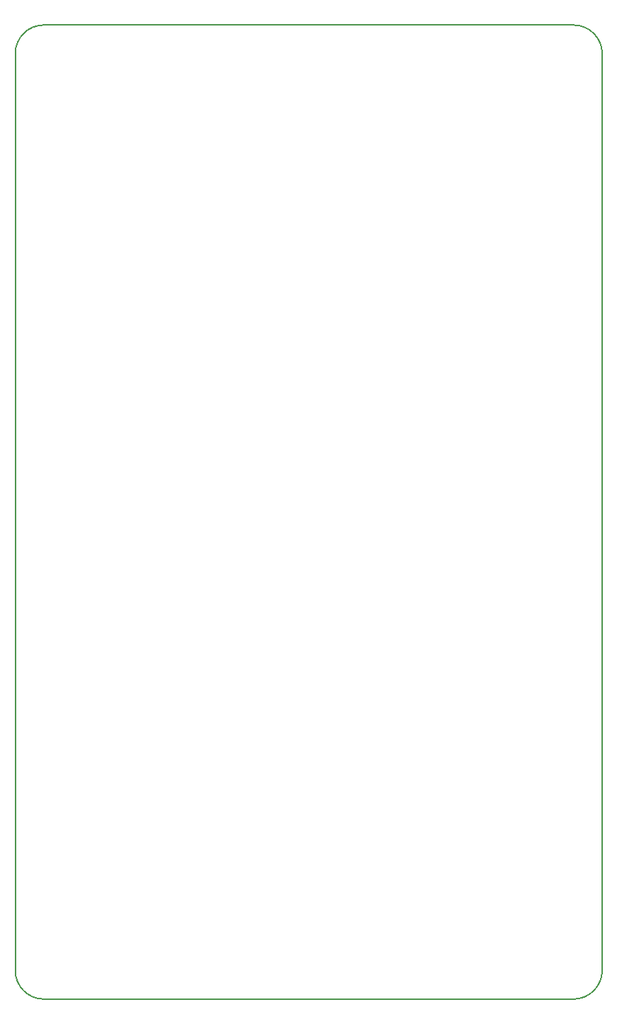
<source format=gko>
G04*
G04 #@! TF.GenerationSoftware,Altium Limited,Altium Designer,19.1.5 (86)*
G04*
G04 Layer_Color=16711935*
%FSLAX25Y25*%
%MOIN*%
G70*
G01*
G75*
%ADD14C,0.00500*%
D14*
X-501Y13000D02*
G03*
X13000Y-501I13501J0D01*
G01*
X262500D02*
G03*
X276002Y13000I0J13501D01*
G01*
D02*
G03*
X275935Y13250I-501J0D01*
G01*
D02*
G03*
X276002Y13500I-435J250D01*
G01*
Y444500D02*
G03*
X262500Y458002I-13501J0D01*
G01*
X13000D02*
G03*
X-501Y444500I0J-13501D01*
G01*
D02*
G03*
X-435Y444250I501J0D01*
G01*
D02*
G03*
X-501Y444000I435J-250D01*
G01*
X13000Y-501D02*
X262500D01*
X276002Y13500D02*
Y444500D01*
X13000Y458002D02*
X262500D01*
X-501Y13000D02*
Y444000D01*
M02*

</source>
